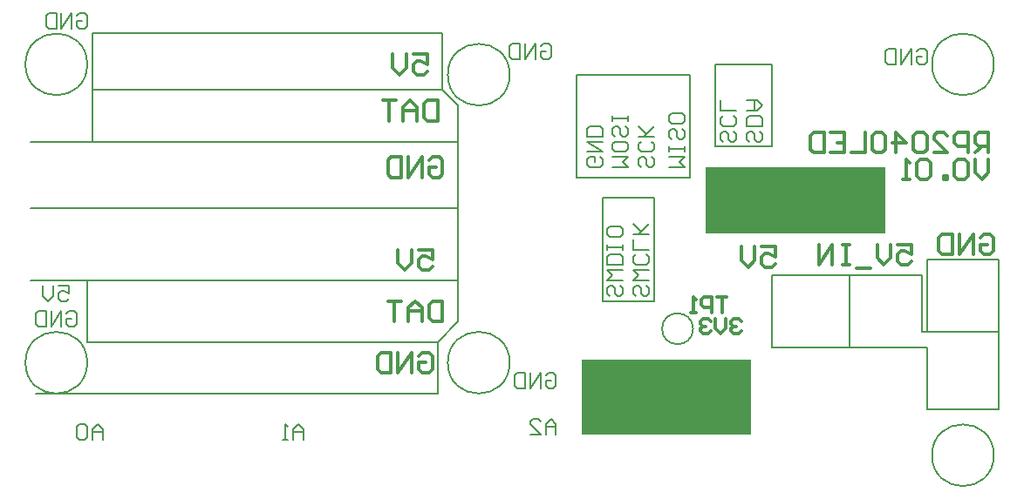
<source format=gbo>
G04*
G04 #@! TF.GenerationSoftware,Altium Limited,CircuitStudio,1.5.2 (30)*
G04*
G04 Layer_Color=13948096*
%FSLAX25Y25*%
%MOIN*%
G70*
G01*
G75*
%ADD10C,0.00787*%
%ADD43C,0.01181*%
%ADD118R,0.64961X0.28740*%
%ADD119R,0.68898X0.25590*%
D10*
X370079Y15748D02*
G03*
X370079Y15748I-11811J0D01*
G01*
X23622Y165354D02*
G03*
X23622Y165354I-11811J0D01*
G01*
X370079D02*
G03*
X370079Y165354I-11811J0D01*
G01*
X23622Y51181D02*
G03*
X23622Y51181I-11811J0D01*
G01*
X185039D02*
G03*
X185039Y51181I-11811J0D01*
G01*
Y161417D02*
G03*
X185039Y161417I-11811J0D01*
G01*
X255131Y64173D02*
G03*
X255131Y64173I-5919J0D01*
G01*
X263779Y165354D02*
X285433D01*
X263779Y133858D02*
Y165354D01*
Y133858D02*
X285433D01*
Y165354D01*
X220472Y114173D02*
X240158D01*
X220472Y74803D02*
Y114173D01*
Y74803D02*
X240158D01*
Y114173D01*
X210630Y161417D02*
X253937D01*
X210630Y122047D02*
Y161417D01*
Y122047D02*
X253937D01*
Y161417D01*
X23622Y135827D02*
X25591D01*
Y155512D02*
Y177165D01*
X159449D01*
X23622Y59055D02*
Y82677D01*
X25591Y135827D02*
Y155512D01*
X3937Y39370D02*
X157480D01*
Y59055D01*
X23622D02*
X157480D01*
X165354Y66929D01*
Y82677D01*
X159449Y155512D02*
Y177165D01*
X25591Y155512D02*
X159449D01*
X165354Y149606D01*
Y135827D02*
Y149606D01*
X1969Y82677D02*
X165354D01*
Y110236D01*
Y135827D01*
X1969Y110236D02*
X165354D01*
X1969Y135827D02*
X165354D01*
X372047Y62992D02*
Y90551D01*
X344488D02*
X372047D01*
X344488Y62992D02*
Y90551D01*
X285433Y84646D02*
X314961D01*
X285433Y57087D02*
Y84646D01*
Y57087D02*
X314961D01*
X342520Y62992D02*
X372047D01*
X342520D02*
Y84646D01*
X314961D02*
X342520D01*
X314961Y57087D02*
Y84646D01*
Y57087D02*
X344488D01*
Y33465D02*
Y57087D01*
Y33465D02*
X372047D01*
Y62992D01*
X29528Y21654D02*
Y25589D01*
X27560Y27557D01*
X25592Y25589D01*
Y21654D01*
Y24605D01*
X29528D01*
X23624Y26573D02*
X22640Y27557D01*
X20672D01*
X19688Y26573D01*
Y22637D01*
X20672Y21654D01*
X22640D01*
X23624Y22637D01*
Y26573D01*
X106299Y21654D02*
Y25589D01*
X104331Y27557D01*
X102364Y25589D01*
Y21654D01*
Y24605D01*
X106299D01*
X100396Y21654D02*
X98428D01*
X99412D01*
Y27557D01*
X100396Y26573D01*
X202756Y23622D02*
Y27558D01*
X200788Y29526D01*
X198820Y27558D01*
Y23622D01*
Y26574D01*
X202756D01*
X192917Y23622D02*
X196852D01*
X192917Y27558D01*
Y28542D01*
X193901Y29526D01*
X195868D01*
X196852Y28542D01*
X270668Y139762D02*
X271652Y138779D01*
Y136811D01*
X270668Y135827D01*
X269684D01*
X268700Y136811D01*
Y138779D01*
X267716Y139762D01*
X266732D01*
X265748Y138779D01*
Y136811D01*
X266732Y135827D01*
X270668Y145666D02*
X271652Y144682D01*
Y142714D01*
X270668Y141730D01*
X266732D01*
X265748Y142714D01*
Y144682D01*
X266732Y145666D01*
X271652Y147634D02*
X265748D01*
Y151570D01*
X280510Y139762D02*
X281494Y138779D01*
Y136811D01*
X280510Y135827D01*
X279526D01*
X278542Y136811D01*
Y138779D01*
X277558Y139762D01*
X276574D01*
X275590Y138779D01*
Y136811D01*
X276574Y135827D01*
X281494Y141730D02*
X275590D01*
Y144682D01*
X276574Y145666D01*
X280510D01*
X281494Y144682D01*
Y141730D01*
X275590Y147634D02*
X279526D01*
X281494Y149602D01*
X279526Y151570D01*
X275590D01*
X278542D01*
Y147634D01*
X227361Y80707D02*
X228344Y79724D01*
Y77756D01*
X227361Y76772D01*
X226377D01*
X225393Y77756D01*
Y79724D01*
X224409Y80707D01*
X223425D01*
X222441Y79724D01*
Y77756D01*
X223425Y76772D01*
X228344Y82675D02*
X222441D01*
X224409Y84643D01*
X222441Y86611D01*
X228344D01*
Y88579D02*
X222441D01*
Y91531D01*
X223425Y92515D01*
X227361D01*
X228344Y91531D01*
Y88579D01*
Y94482D02*
Y96450D01*
Y95466D01*
X222441D01*
Y94482D01*
Y96450D01*
X228344Y102354D02*
Y100386D01*
X227361Y99402D01*
X223425D01*
X222441Y100386D01*
Y102354D01*
X223425Y103338D01*
X227361D01*
X228344Y102354D01*
X237203Y80707D02*
X238187Y79724D01*
Y77756D01*
X237203Y76772D01*
X236219D01*
X235235Y77756D01*
Y79724D01*
X234251Y80707D01*
X233267D01*
X232283Y79724D01*
Y77756D01*
X233267Y76772D01*
X238187Y82675D02*
X232283D01*
X234251Y84643D01*
X232283Y86611D01*
X238187D01*
X237203Y92515D02*
X238187Y91531D01*
Y89563D01*
X237203Y88579D01*
X233267D01*
X232283Y89563D01*
Y91531D01*
X233267Y92515D01*
X238187Y94482D02*
X232283D01*
Y98418D01*
X238187Y100386D02*
X232283D01*
X234251D01*
X238187Y104322D01*
X235235Y101370D01*
X232283Y104322D01*
X219487Y129920D02*
X220470Y128936D01*
Y126968D01*
X219487Y125984D01*
X215551D01*
X214567Y126968D01*
Y128936D01*
X215551Y129920D01*
X217519D01*
Y127952D01*
X214567Y131888D02*
X220470D01*
X214567Y135824D01*
X220470D01*
Y137792D02*
X214567D01*
Y140743D01*
X215551Y141727D01*
X219487D01*
X220470Y140743D01*
Y137792D01*
X224410Y125984D02*
X230313D01*
X228345Y127952D01*
X230313Y129920D01*
X224410D01*
X230313Y134840D02*
Y132872D01*
X229329Y131888D01*
X225393D01*
X224410Y132872D01*
Y134840D01*
X225393Y135824D01*
X229329D01*
X230313Y134840D01*
X229329Y141727D02*
X230313Y140743D01*
Y138775D01*
X229329Y137792D01*
X228345D01*
X227361Y138775D01*
Y140743D01*
X226377Y141727D01*
X225393D01*
X224410Y140743D01*
Y138775D01*
X225393Y137792D01*
X230313Y143695D02*
Y145663D01*
Y144679D01*
X224410D01*
Y143695D01*
Y145663D01*
X239172Y129920D02*
X240156Y128936D01*
Y126968D01*
X239172Y125984D01*
X238188D01*
X237204Y126968D01*
Y128936D01*
X236220Y129920D01*
X235236D01*
X234252Y128936D01*
Y126968D01*
X235236Y125984D01*
X239172Y135824D02*
X240156Y134840D01*
Y132872D01*
X239172Y131888D01*
X235236D01*
X234252Y132872D01*
Y134840D01*
X235236Y135824D01*
X240156Y137792D02*
X234252D01*
X236220D01*
X240156Y141727D01*
X237204Y138775D01*
X234252Y141727D01*
X246063Y125984D02*
X251967D01*
X249999Y127952D01*
X251967Y129920D01*
X246063D01*
X251967Y131888D02*
Y133856D01*
Y132872D01*
X246063D01*
Y131888D01*
Y133856D01*
X250983Y140743D02*
X251967Y139759D01*
Y137792D01*
X250983Y136808D01*
X249999D01*
X249015Y137792D01*
Y139759D01*
X248031Y140743D01*
X247047D01*
X246063Y139759D01*
Y137792D01*
X247047Y136808D01*
X251967Y145663D02*
Y143695D01*
X250983Y142711D01*
X247047D01*
X246063Y143695D01*
Y145663D01*
X247047Y146647D01*
X250983D01*
X251967Y145663D01*
X198820Y46258D02*
X199804Y47242D01*
X201772D01*
X202756Y46258D01*
Y42322D01*
X201772Y41339D01*
X199804D01*
X198820Y42322D01*
Y44290D01*
X200788D01*
X196852Y41339D02*
Y47242D01*
X192917Y41339D01*
Y47242D01*
X190949D02*
Y41339D01*
X187997D01*
X187013Y42322D01*
Y46258D01*
X187997Y47242D01*
X190949D01*
X196852Y172242D02*
X197836Y173226D01*
X199803D01*
X200787Y172242D01*
Y168307D01*
X199803Y167323D01*
X197836D01*
X196852Y168307D01*
Y170275D01*
X198819D01*
X194884Y167323D02*
Y173226D01*
X190948Y167323D01*
Y173226D01*
X188980D02*
Y167323D01*
X186028D01*
X185045Y168307D01*
Y172242D01*
X186028Y173226D01*
X188980D01*
X340552Y170274D02*
X341536Y171258D01*
X343504D01*
X344488Y170274D01*
Y166338D01*
X343504Y165354D01*
X341536D01*
X340552Y166338D01*
Y168306D01*
X342520D01*
X338585Y165354D02*
Y171258D01*
X334649Y165354D01*
Y171258D01*
X332681D02*
Y165354D01*
X329729D01*
X328745Y166338D01*
Y170274D01*
X329729Y171258D01*
X332681D01*
X15749Y69880D02*
X16733Y70864D01*
X18701D01*
X19685Y69880D01*
Y65945D01*
X18701Y64961D01*
X16733D01*
X15749Y65945D01*
Y67912D01*
X17717D01*
X13781Y64961D02*
Y70864D01*
X9846Y64961D01*
Y70864D01*
X7878D02*
Y64961D01*
X4926D01*
X3942Y65945D01*
Y69880D01*
X4926Y70864D01*
X7878D01*
X19686Y184054D02*
X20670Y185038D01*
X22638D01*
X23622Y184054D01*
Y180118D01*
X22638Y179134D01*
X20670D01*
X19686Y180118D01*
Y182086D01*
X21654D01*
X17718Y179134D02*
Y185038D01*
X13783Y179134D01*
Y185038D01*
X11815D02*
Y179134D01*
X8863D01*
X7879Y180118D01*
Y184054D01*
X8863Y185038D01*
X11815D01*
X12600Y80707D02*
X16535D01*
Y77755D01*
X14568Y78739D01*
X13584D01*
X12600Y77755D01*
Y75787D01*
X13584Y74803D01*
X15552D01*
X16535Y75787D01*
X10632Y80707D02*
Y76771D01*
X8664Y74803D01*
X6696Y76771D01*
Y80707D01*
D43*
X368110Y129131D02*
Y123884D01*
X365486Y121260D01*
X362863Y123884D01*
Y129131D01*
X360239Y127819D02*
X358927Y129131D01*
X356303D01*
X354991Y127819D01*
Y122572D01*
X356303Y121260D01*
X358927D01*
X360239Y122572D01*
Y127819D01*
X352367Y121260D02*
Y122572D01*
X351055D01*
Y121260D01*
X352367D01*
X345808Y127819D02*
X344496Y129131D01*
X341872D01*
X340560Y127819D01*
Y122572D01*
X341872Y121260D01*
X344496D01*
X345808Y122572D01*
Y127819D01*
X337936Y121260D02*
X335312D01*
X336624D01*
Y129131D01*
X337936Y127819D01*
X368110Y131496D02*
Y139367D01*
X364175D01*
X362863Y138056D01*
Y135432D01*
X364175Y134120D01*
X368110D01*
X365486D02*
X362863Y131496D01*
X360239D02*
Y139367D01*
X356303D01*
X354991Y138056D01*
Y135432D01*
X356303Y134120D01*
X360239D01*
X347120Y131496D02*
X352367D01*
X347120Y136744D01*
Y138056D01*
X348431Y139367D01*
X351055D01*
X352367Y138056D01*
X344496D02*
X343184Y139367D01*
X340560D01*
X339248Y138056D01*
Y132808D01*
X340560Y131496D01*
X343184D01*
X344496Y132808D01*
Y138056D01*
X332689Y131496D02*
Y139367D01*
X336624Y135432D01*
X331377D01*
X328753Y138056D02*
X327441Y139367D01*
X324817D01*
X323505Y138056D01*
Y132808D01*
X324817Y131496D01*
X327441D01*
X328753Y132808D01*
Y138056D01*
X320881Y139367D02*
Y131496D01*
X315634D01*
X307762Y139367D02*
X313010D01*
Y131496D01*
X307762D01*
X313010Y135432D02*
X310386D01*
X305138Y139367D02*
Y131496D01*
X301203D01*
X299891Y132808D01*
Y138056D01*
X301203Y139367D01*
X305138D01*
X364831Y99079D02*
X366143Y100391D01*
X368767D01*
X370079Y99079D01*
Y93832D01*
X368767Y92520D01*
X366143D01*
X364831Y93832D01*
Y96455D01*
X367455D01*
X362207Y92520D02*
Y100391D01*
X356960Y92520D01*
Y100391D01*
X354336D02*
Y92520D01*
X350400D01*
X349088Y93832D01*
Y99079D01*
X350400Y100391D01*
X354336D01*
X281366Y95667D02*
X286614D01*
Y91731D01*
X283990Y93043D01*
X282678D01*
X281366Y91731D01*
Y89107D01*
X282678Y87795D01*
X285302D01*
X286614Y89107D01*
X278743Y95667D02*
Y90419D01*
X276119Y87795D01*
X273495Y90419D01*
Y95667D01*
X333335Y96454D02*
X338583D01*
Y92518D01*
X335959Y93830D01*
X334647D01*
X333335Y92518D01*
Y89895D01*
X334647Y88583D01*
X337271D01*
X338583Y89895D01*
X330711Y96454D02*
Y91207D01*
X328087Y88583D01*
X325464Y91207D01*
Y96454D01*
X322840Y87271D02*
X317592D01*
X314968Y96454D02*
X312344D01*
X313656D01*
Y88583D01*
X314968D01*
X312344D01*
X308409D02*
Y96454D01*
X303161Y88583D01*
Y96454D01*
X150264Y94486D02*
X155512D01*
Y90550D01*
X152888Y91862D01*
X151576D01*
X150264Y90550D01*
Y87926D01*
X151576Y86614D01*
X154200D01*
X155512Y87926D01*
X147640Y94486D02*
Y89238D01*
X145017Y86614D01*
X142393Y89238D01*
Y94486D01*
X159449Y74801D02*
Y66929D01*
X155513D01*
X154201Y68241D01*
Y73489D01*
X155513Y74801D01*
X159449D01*
X151577Y66929D02*
Y72177D01*
X148953Y74801D01*
X146330Y72177D01*
Y66929D01*
Y70865D01*
X151577D01*
X143706Y74801D02*
X138458D01*
X141082D01*
Y66929D01*
X150264Y53804D02*
X151576Y55116D01*
X154200D01*
X155512Y53804D01*
Y48556D01*
X154200Y47244D01*
X151576D01*
X150264Y48556D01*
Y51180D01*
X152888D01*
X147640Y47244D02*
Y55116D01*
X142393Y47244D01*
Y55116D01*
X139769D02*
Y47244D01*
X135833D01*
X134521Y48556D01*
Y53804D01*
X135833Y55116D01*
X139769D01*
X154201Y128607D02*
X155513Y129919D01*
X158137D01*
X159449Y128607D01*
Y123359D01*
X158137Y122047D01*
X155513D01*
X154201Y123359D01*
Y125983D01*
X156825D01*
X151577Y122047D02*
Y129919D01*
X146330Y122047D01*
Y129919D01*
X143706D02*
Y122047D01*
X139770D01*
X138458Y123359D01*
Y128607D01*
X139770Y129919D01*
X143706D01*
X157480Y151572D02*
Y143701D01*
X153545D01*
X152233Y145013D01*
Y150260D01*
X153545Y151572D01*
X157480D01*
X149609Y143701D02*
Y148948D01*
X146985Y151572D01*
X144361Y148948D01*
Y143701D01*
Y147636D01*
X149609D01*
X141737Y151572D02*
X136490D01*
X139113D01*
Y143701D01*
X148296Y169289D02*
X153543D01*
Y165353D01*
X150919Y166665D01*
X149608D01*
X148296Y165353D01*
Y162729D01*
X149608Y161417D01*
X152231D01*
X153543Y162729D01*
X145672Y169289D02*
Y164041D01*
X143048Y161417D01*
X140424Y164041D01*
Y169289D01*
X268110Y76376D02*
X264175D01*
X266142D01*
Y70472D01*
X262207D02*
Y76376D01*
X259255D01*
X258271Y75392D01*
Y73424D01*
X259255Y72440D01*
X262207D01*
X256303Y70472D02*
X254335D01*
X255319D01*
Y76376D01*
X256303Y75392D01*
X273622Y67124D02*
X272638Y68108D01*
X270670D01*
X269686Y67124D01*
Y66140D01*
X270670Y65157D01*
X271654D01*
X270670D01*
X269686Y64173D01*
Y63189D01*
X270670Y62205D01*
X272638D01*
X273622Y63189D01*
X267718Y68108D02*
Y64173D01*
X265751Y62205D01*
X263783Y64173D01*
Y68108D01*
X261815Y67124D02*
X260831Y68108D01*
X258863D01*
X257879Y67124D01*
Y66140D01*
X258863Y65157D01*
X259847D01*
X258863D01*
X257879Y64173D01*
Y63189D01*
X258863Y62205D01*
X260831D01*
X261815Y63189D01*
D118*
X245079Y37992D02*
D03*
D119*
X294291Y113189D02*
D03*
M02*

</source>
